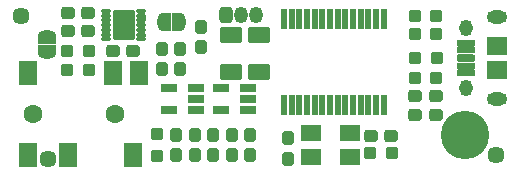
<source format=gbr>
%TF.GenerationSoftware,KiCad,Pcbnew,(6.0.1-0)*%
%TF.CreationDate,2022-02-13T14:35:08-05:00*%
%TF.ProjectId,usbAudio,75736241-7564-4696-9f2e-6b696361645f,rev?*%
%TF.SameCoordinates,Original*%
%TF.FileFunction,Soldermask,Top*%
%TF.FilePolarity,Negative*%
%FSLAX46Y46*%
G04 Gerber Fmt 4.6, Leading zero omitted, Abs format (unit mm)*
G04 Created by KiCad (PCBNEW (6.0.1-0)) date 2022-02-13 14:35:08*
%MOMM*%
%LPD*%
G01*
G04 APERTURE LIST*
G04 Aperture macros list*
%AMRoundRect*
0 Rectangle with rounded corners*
0 $1 Rounding radius*
0 $2 $3 $4 $5 $6 $7 $8 $9 X,Y pos of 4 corners*
0 Add a 4 corners polygon primitive as box body*
4,1,4,$2,$3,$4,$5,$6,$7,$8,$9,$2,$3,0*
0 Add four circle primitives for the rounded corners*
1,1,$1+$1,$2,$3*
1,1,$1+$1,$4,$5*
1,1,$1+$1,$6,$7*
1,1,$1+$1,$8,$9*
0 Add four rect primitives between the rounded corners*
20,1,$1+$1,$2,$3,$4,$5,0*
20,1,$1+$1,$4,$5,$6,$7,0*
20,1,$1+$1,$6,$7,$8,$9,0*
20,1,$1+$1,$8,$9,$2,$3,0*%
%AMFreePoly0*
4,1,37,0.535921,0.785921,0.550800,0.750000,0.550800,-0.750000,0.535921,-0.785921,0.500000,-0.800800,0.000000,-0.800800,-0.012526,-0.795612,-0.080872,-0.794359,-0.095090,-0.792057,-0.230405,-0.749782,-0.243405,-0.743581,-0.361415,-0.665026,-0.372153,-0.655426,-0.463373,-0.546907,-0.470984,-0.534678,-0.528079,-0.404919,-0.531952,-0.391047,-0.549535,-0.256587,-0.548147,-0.256405,-0.550800,-0.250000,
-0.550800,0.250000,-0.550314,0.251174,-0.550158,0.263925,-0.528347,0.404002,-0.524136,0.417775,-0.463888,0.546100,-0.455980,0.558139,-0.362136,0.664397,-0.351168,0.673732,-0.231273,0.749380,-0.218125,0.755261,-0.081818,0.794218,-0.067547,0.796173,-0.011991,0.795833,0.000000,0.800800,0.500000,0.800800,0.535921,0.785921,0.535921,0.785921,$1*%
%AMFreePoly1*
4,1,37,0.012350,0.795685,0.074215,0.795307,0.088460,0.793178,0.224281,0.752559,0.237356,0.746518,0.356318,0.669411,0.367173,0.659942,0.459711,0.552545,0.467470,0.540411,0.526147,0.411359,0.530190,0.397535,0.550287,0.257202,0.550800,0.250000,0.550800,-0.250000,0.550796,-0.250620,0.550647,-0.262836,0.549947,-0.270644,0.526427,-0.410445,0.522048,-0.424167,0.460236,-0.551746,
0.452182,-0.563686,0.357047,-0.668790,0.345965,-0.677991,0.225155,-0.752168,0.211936,-0.757888,0.075163,-0.795177,0.060870,-0.796957,0.011464,-0.796051,0.000000,-0.800800,-0.500000,-0.800800,-0.535921,-0.785921,-0.550800,-0.750000,-0.550800,0.750000,-0.535921,0.785921,-0.500000,0.800800,0.000000,0.800800,0.012350,0.795685,0.012350,0.795685,$1*%
G04 Aperture macros list end*
%ADD10RoundRect,0.288300X0.300000X0.237500X-0.300000X0.237500X-0.300000X-0.237500X0.300000X-0.237500X0*%
%ADD11RoundRect,0.288300X-0.237500X0.300000X-0.237500X-0.300000X0.237500X-0.300000X0.237500X0.300000X0*%
%ADD12RoundRect,0.288300X-0.250000X-0.237500X0.250000X-0.237500X0.250000X0.237500X-0.250000X0.237500X0*%
%ADD13RoundRect,0.050800X-0.215900X0.825500X-0.215900X-0.825500X0.215900X-0.825500X0.215900X0.825500X0*%
%ADD14RoundRect,0.050800X0.800000X0.650000X-0.800000X0.650000X-0.800000X-0.650000X0.800000X-0.650000X0*%
%ADD15RoundRect,0.288300X-0.300000X-0.237500X0.300000X-0.237500X0.300000X0.237500X-0.300000X0.237500X0*%
%ADD16RoundRect,0.288300X0.237500X-0.300000X0.237500X0.300000X-0.237500X0.300000X-0.237500X-0.300000X0*%
%ADD17RoundRect,0.300800X0.650000X-0.412500X0.650000X0.412500X-0.650000X0.412500X-0.650000X-0.412500X0*%
%ADD18RoundRect,0.050800X0.355600X0.101600X-0.355600X0.101600X-0.355600X-0.101600X0.355600X-0.101600X0*%
%ADD19RoundRect,0.050800X0.850900X1.193800X-0.850900X1.193800X-0.850900X-1.193800X0.850900X-1.193800X0*%
%ADD20RoundRect,0.288300X-0.237500X0.250000X-0.237500X-0.250000X0.237500X-0.250000X0.237500X0.250000X0*%
%ADD21RoundRect,0.300800X-0.650000X0.412500X-0.650000X-0.412500X0.650000X-0.412500X0.650000X0.412500X0*%
%ADD22RoundRect,0.050800X0.673100X-0.228600X0.673100X0.228600X-0.673100X0.228600X-0.673100X-0.228600X0*%
%ADD23RoundRect,0.050800X0.825500X-0.749300X0.825500X0.749300X-0.825500X0.749300X-0.825500X-0.749300X0*%
%ADD24O,1.752600X1.117600*%
%ADD25O,1.117600X1.397000*%
%ADD26C,1.601600*%
%ADD27RoundRect,0.050800X-0.750000X-1.000000X0.750000X-1.000000X0.750000X1.000000X-0.750000X1.000000X0*%
%ADD28FreePoly0,0.000000*%
%ADD29FreePoly1,0.000000*%
%ADD30RoundRect,0.300700X-0.275100X-0.400100X0.275100X-0.400100X0.275100X0.400100X-0.275100X0.400100X0*%
%ADD31O,1.151600X1.401600*%
%ADD32FreePoly0,270.000000*%
%ADD33FreePoly1,270.000000*%
%ADD34C,1.448000*%
%ADD35RoundRect,0.200800X0.512500X0.150000X-0.512500X0.150000X-0.512500X-0.150000X0.512500X-0.150000X0*%
%ADD36C,4.101600*%
G04 APERTURE END LIST*
D10*
%TO.C,C6*%
X66318300Y-77038200D03*
X64593300Y-77038200D03*
%TD*%
D11*
%TO.C,C15*%
X79375000Y-84456100D03*
X79375000Y-86181100D03*
%TD*%
D12*
%TO.C,R4*%
X90145700Y-74129900D03*
X91970700Y-74129900D03*
%TD*%
%TO.C,R5*%
X90145700Y-75653900D03*
X91970700Y-75653900D03*
%TD*%
%TO.C,R9*%
X90144600Y-79325300D03*
X91969600Y-79325300D03*
%TD*%
%TO.C,R10*%
X86387300Y-85674200D03*
X88212300Y-85674200D03*
%TD*%
D13*
%TO.C,U1*%
X87518001Y-74345800D03*
X86868000Y-74345800D03*
X86218001Y-74345800D03*
X85568000Y-74345800D03*
X84918002Y-74345800D03*
X84268000Y-74345800D03*
X83618002Y-74345800D03*
X82968003Y-74345800D03*
X82318002Y-74345800D03*
X81668003Y-74345800D03*
X81018002Y-74345800D03*
X80368003Y-74345800D03*
X79718002Y-74345800D03*
X79068003Y-74345800D03*
X79068001Y-81610200D03*
X79718002Y-81610200D03*
X80368001Y-81610200D03*
X81018002Y-81610200D03*
X81668000Y-81610200D03*
X82318002Y-81610200D03*
X82968000Y-81610200D03*
X83618002Y-81610200D03*
X84268000Y-81610200D03*
X84918002Y-81610200D03*
X85568000Y-81610200D03*
X86218001Y-81610200D03*
X86868000Y-81610200D03*
X87518001Y-81610200D03*
%TD*%
D14*
%TO.C,Y1*%
X84631800Y-84013800D03*
X81331800Y-84013800D03*
X81331800Y-86013800D03*
X84631800Y-86013800D03*
%TD*%
D15*
%TO.C,C14*%
X86437300Y-84302600D03*
X88162300Y-84302600D03*
%TD*%
D10*
%TO.C,C9*%
X91900000Y-82473800D03*
X90175000Y-82473800D03*
%TD*%
D15*
%TO.C,C12*%
X90197600Y-80900100D03*
X91922600Y-80900100D03*
%TD*%
D16*
%TO.C,C10*%
X76233370Y-85892830D03*
X76233370Y-84167830D03*
%TD*%
%TO.C,C11*%
X74683370Y-85880330D03*
X74683370Y-84155330D03*
%TD*%
D17*
%TO.C,C3*%
X74574400Y-78829300D03*
X74574400Y-75704300D03*
%TD*%
D12*
%TO.C,R6*%
X90171900Y-77647800D03*
X91996900Y-77647800D03*
%TD*%
D18*
%TO.C,U2*%
X67005800Y-76082000D03*
X67005800Y-75682001D03*
X67005800Y-75281999D03*
X67005800Y-74882000D03*
X67005800Y-74482001D03*
X67005800Y-74081999D03*
X67005800Y-73682000D03*
X64008600Y-73682000D03*
X64008600Y-74081999D03*
X64008600Y-74482001D03*
X64008600Y-74882000D03*
X64008600Y-75281999D03*
X64008600Y-75682001D03*
X64008600Y-76082000D03*
D19*
X65507200Y-74882000D03*
%TD*%
D12*
%TO.C,R7*%
X60717500Y-78659400D03*
X62542500Y-78659400D03*
%TD*%
D20*
%TO.C,R1*%
X68358570Y-84143830D03*
X68358570Y-85968830D03*
%TD*%
D12*
%TO.C,R8*%
X60717500Y-77110000D03*
X62542500Y-77110000D03*
%TD*%
D10*
%TO.C,C4*%
X62482900Y-75387200D03*
X60757900Y-75387200D03*
%TD*%
%TO.C,C2*%
X62482900Y-73863200D03*
X60757900Y-73863200D03*
%TD*%
D21*
%TO.C,C5*%
X76958400Y-75702700D03*
X76958400Y-78827700D03*
%TD*%
D22*
%TO.C,J1*%
X94462600Y-78968600D03*
X94462600Y-78318599D03*
X94462600Y-77668600D03*
X94462600Y-77018601D03*
X94462600Y-76368600D03*
D23*
X97137601Y-78668601D03*
X97137601Y-76668599D03*
D24*
X97137601Y-81168600D03*
X97137601Y-74168599D03*
D25*
X94462600Y-80168600D03*
X94462600Y-75168600D03*
%TD*%
D11*
%TO.C,C7*%
X68757800Y-76886900D03*
X68757800Y-78611900D03*
%TD*%
D26*
%TO.C,J3*%
X57800000Y-82423000D03*
X64800000Y-82423000D03*
D27*
X57400000Y-85923000D03*
X57400000Y-78923000D03*
X60800000Y-85923000D03*
X64600000Y-78923000D03*
X66800000Y-78923000D03*
X66300000Y-85923000D03*
%TD*%
D28*
%TO.C,JP1*%
X68895200Y-74625200D03*
D29*
X70195200Y-74625200D03*
%TD*%
D30*
%TO.C,J2*%
X74130000Y-74028400D03*
D31*
X75400000Y-74028400D03*
X76670000Y-74028400D03*
%TD*%
D32*
%TO.C,JP2*%
X59000000Y-75850000D03*
D33*
X59000000Y-77150000D03*
%TD*%
D11*
%TO.C,C16*%
X71508170Y-84168430D03*
X71508170Y-85893430D03*
%TD*%
D16*
%TO.C,C1*%
X72085200Y-76756600D03*
X72085200Y-75031600D03*
%TD*%
D11*
%TO.C,C13*%
X73057570Y-84168430D03*
X73057570Y-85893430D03*
%TD*%
%TO.C,C8*%
X70307200Y-76885800D03*
X70307200Y-78610800D03*
%TD*%
%TO.C,C17*%
X69933370Y-84168430D03*
X69933370Y-85893430D03*
%TD*%
D34*
%TO.C,ALIGN2*%
X59100000Y-86200000D03*
%TD*%
D35*
%TO.C,U3*%
X76000870Y-82080330D03*
X76000870Y-81130330D03*
X76000870Y-80180330D03*
X73725870Y-80180330D03*
X73725870Y-82080330D03*
%TD*%
D34*
%TO.C,REF\u002A\u002A*%
X56800000Y-74100000D03*
%TD*%
D36*
%TO.C,REF\u002A\u002A*%
X94400000Y-84150000D03*
%TD*%
D35*
%TO.C,U4*%
X71604270Y-82084530D03*
X71604270Y-81134530D03*
X71604270Y-80184530D03*
X69329270Y-80184530D03*
X69329270Y-82084530D03*
%TD*%
D34*
%TO.C,ALIGN1*%
X97050000Y-85850000D03*
%TD*%
G36*
X95149869Y-78594161D02*
G01*
X95150259Y-78596123D01*
X95149476Y-78597143D01*
X95120138Y-78616743D01*
X95112920Y-78653027D01*
X95133593Y-78683970D01*
X95146646Y-78689377D01*
X95147864Y-78690964D01*
X95147099Y-78692812D01*
X95145491Y-78693187D01*
X95135501Y-78691200D01*
X93789699Y-78691200D01*
X93777225Y-78693681D01*
X93775331Y-78693038D01*
X93774941Y-78691076D01*
X93775724Y-78690056D01*
X93805062Y-78670456D01*
X93812280Y-78634172D01*
X93791607Y-78603229D01*
X93778554Y-78597822D01*
X93777336Y-78596235D01*
X93778101Y-78594387D01*
X93779709Y-78594012D01*
X93789699Y-78595999D01*
X95135501Y-78595999D01*
X95147975Y-78593518D01*
X95149869Y-78594161D01*
G37*
G36*
X95149874Y-77944161D02*
G01*
X95150264Y-77946123D01*
X95149481Y-77947143D01*
X95120143Y-77966743D01*
X95112925Y-78003027D01*
X95133598Y-78033970D01*
X95146651Y-78039377D01*
X95147869Y-78040964D01*
X95147104Y-78042812D01*
X95145496Y-78043187D01*
X95135501Y-78041199D01*
X93789699Y-78041199D01*
X93777220Y-78043681D01*
X93775326Y-78043038D01*
X93774936Y-78041076D01*
X93775719Y-78040056D01*
X93805057Y-78020456D01*
X93812275Y-77984172D01*
X93791602Y-77953229D01*
X93778549Y-77947822D01*
X93777331Y-77946235D01*
X93778096Y-77944387D01*
X93779704Y-77944012D01*
X93789699Y-77946000D01*
X95135501Y-77946000D01*
X95147980Y-77943518D01*
X95149874Y-77944161D01*
G37*
G36*
X95149874Y-77294162D02*
G01*
X95150264Y-77296124D01*
X95149481Y-77297144D01*
X95120143Y-77316744D01*
X95112925Y-77353028D01*
X95133598Y-77383971D01*
X95146651Y-77389378D01*
X95147869Y-77390965D01*
X95147104Y-77392813D01*
X95145496Y-77393188D01*
X95135501Y-77391200D01*
X93789699Y-77391200D01*
X93777220Y-77393682D01*
X93775326Y-77393039D01*
X93774936Y-77391077D01*
X93775719Y-77390057D01*
X93805057Y-77370457D01*
X93812275Y-77334173D01*
X93791602Y-77303230D01*
X93778549Y-77297823D01*
X93777331Y-77296236D01*
X93778096Y-77294388D01*
X93779704Y-77294013D01*
X93789699Y-77296001D01*
X95135501Y-77296001D01*
X95147980Y-77293519D01*
X95149874Y-77294162D01*
G37*
G36*
X95149869Y-76644162D02*
G01*
X95150259Y-76646124D01*
X95149476Y-76647144D01*
X95120138Y-76666744D01*
X95112920Y-76703028D01*
X95133593Y-76733971D01*
X95146646Y-76739378D01*
X95147864Y-76740965D01*
X95147099Y-76742813D01*
X95145491Y-76743188D01*
X95135501Y-76741201D01*
X93789699Y-76741201D01*
X93777225Y-76743682D01*
X93775331Y-76743039D01*
X93774941Y-76741077D01*
X93775724Y-76740057D01*
X93805062Y-76720457D01*
X93812280Y-76684173D01*
X93791607Y-76653230D01*
X93778554Y-76647823D01*
X93777336Y-76646236D01*
X93778101Y-76644388D01*
X93779709Y-76644013D01*
X93789699Y-76646000D01*
X95135501Y-76646000D01*
X95147975Y-76643519D01*
X95149869Y-76644162D01*
G37*
G36*
X67365517Y-75832562D02*
G01*
X67365907Y-75834524D01*
X67365124Y-75835544D01*
X67335787Y-75855145D01*
X67328569Y-75891429D01*
X67349244Y-75922372D01*
X67362292Y-75927777D01*
X67363510Y-75929364D01*
X67362745Y-75931212D01*
X67361400Y-75931526D01*
X67361400Y-75931600D01*
X66650399Y-75931600D01*
X66647977Y-75932082D01*
X66646083Y-75931439D01*
X66645693Y-75929477D01*
X66646476Y-75928457D01*
X66675813Y-75908856D01*
X66683031Y-75872572D01*
X66662356Y-75841629D01*
X66649308Y-75836224D01*
X66648090Y-75834637D01*
X66648855Y-75832789D01*
X66650200Y-75832475D01*
X66650200Y-75832401D01*
X67361201Y-75832401D01*
X67363623Y-75831919D01*
X67365517Y-75832562D01*
G37*
G36*
X64368317Y-75832562D02*
G01*
X64368707Y-75834524D01*
X64367924Y-75835544D01*
X64338587Y-75855145D01*
X64331369Y-75891429D01*
X64352044Y-75922372D01*
X64365092Y-75927777D01*
X64366310Y-75929364D01*
X64365545Y-75931212D01*
X64364200Y-75931526D01*
X64364200Y-75931600D01*
X63653199Y-75931600D01*
X63650777Y-75932082D01*
X63648883Y-75931439D01*
X63648493Y-75929477D01*
X63649276Y-75928457D01*
X63678613Y-75908856D01*
X63685831Y-75872572D01*
X63665156Y-75841629D01*
X63652108Y-75836224D01*
X63650890Y-75834637D01*
X63651655Y-75832789D01*
X63653000Y-75832475D01*
X63653000Y-75832401D01*
X64364001Y-75832401D01*
X64366423Y-75831919D01*
X64368317Y-75832562D01*
G37*
G36*
X64368310Y-75432563D02*
G01*
X64368700Y-75434524D01*
X64367917Y-75435544D01*
X64338579Y-75455146D01*
X64331361Y-75491429D01*
X64352037Y-75522372D01*
X64365083Y-75527777D01*
X64366301Y-75529364D01*
X64365535Y-75531212D01*
X64364200Y-75531520D01*
X64364200Y-75531601D01*
X63653199Y-75531601D01*
X63650784Y-75532081D01*
X63648890Y-75531437D01*
X63648500Y-75529476D01*
X63649283Y-75528456D01*
X63678621Y-75508854D01*
X63685839Y-75472571D01*
X63665163Y-75441628D01*
X63652117Y-75436223D01*
X63650899Y-75434636D01*
X63651665Y-75432788D01*
X63653000Y-75432480D01*
X63653000Y-75432399D01*
X64364001Y-75432399D01*
X64366416Y-75431919D01*
X64368310Y-75432563D01*
G37*
G36*
X67365510Y-75432563D02*
G01*
X67365900Y-75434524D01*
X67365117Y-75435544D01*
X67335779Y-75455146D01*
X67328561Y-75491429D01*
X67349237Y-75522372D01*
X67362283Y-75527777D01*
X67363501Y-75529364D01*
X67362735Y-75531212D01*
X67361400Y-75531520D01*
X67361400Y-75531601D01*
X66650399Y-75531601D01*
X66647984Y-75532081D01*
X66646090Y-75531437D01*
X66645700Y-75529476D01*
X66646483Y-75528456D01*
X66675821Y-75508854D01*
X66683039Y-75472571D01*
X66662363Y-75441628D01*
X66649317Y-75436223D01*
X66648099Y-75434636D01*
X66648865Y-75432788D01*
X66650200Y-75432480D01*
X66650200Y-75432399D01*
X67361201Y-75432399D01*
X67363616Y-75431919D01*
X67365510Y-75432563D01*
G37*
G36*
X64368317Y-75032561D02*
G01*
X64368707Y-75034523D01*
X64367924Y-75035543D01*
X64338587Y-75055144D01*
X64331369Y-75091428D01*
X64352044Y-75122371D01*
X64365092Y-75127776D01*
X64366310Y-75129363D01*
X64365545Y-75131211D01*
X64364200Y-75131525D01*
X64364200Y-75131599D01*
X63653199Y-75131599D01*
X63650777Y-75132081D01*
X63648883Y-75131438D01*
X63648493Y-75129476D01*
X63649276Y-75128456D01*
X63678613Y-75108855D01*
X63685831Y-75072571D01*
X63665156Y-75041628D01*
X63652108Y-75036223D01*
X63650890Y-75034636D01*
X63651655Y-75032788D01*
X63653000Y-75032474D01*
X63653000Y-75032400D01*
X64364001Y-75032400D01*
X64366423Y-75031918D01*
X64368317Y-75032561D01*
G37*
G36*
X67365517Y-75032561D02*
G01*
X67365907Y-75034523D01*
X67365124Y-75035543D01*
X67335787Y-75055144D01*
X67328569Y-75091428D01*
X67349244Y-75122371D01*
X67362292Y-75127776D01*
X67363510Y-75129363D01*
X67362745Y-75131211D01*
X67361400Y-75131525D01*
X67361400Y-75131599D01*
X66650399Y-75131599D01*
X66647977Y-75132081D01*
X66646083Y-75131438D01*
X66645693Y-75129476D01*
X66646476Y-75128456D01*
X66675813Y-75108855D01*
X66683031Y-75072571D01*
X66662356Y-75041628D01*
X66649308Y-75036223D01*
X66648090Y-75034636D01*
X66648855Y-75032788D01*
X66650200Y-75032474D01*
X66650200Y-75032400D01*
X67361201Y-75032400D01*
X67363623Y-75031918D01*
X67365517Y-75032561D01*
G37*
G36*
X64368317Y-74632562D02*
G01*
X64368707Y-74634524D01*
X64367924Y-74635544D01*
X64338587Y-74655145D01*
X64331369Y-74691429D01*
X64352044Y-74722372D01*
X64365092Y-74727777D01*
X64366310Y-74729364D01*
X64365545Y-74731212D01*
X64364200Y-74731526D01*
X64364200Y-74731600D01*
X63653199Y-74731600D01*
X63650777Y-74732082D01*
X63648883Y-74731439D01*
X63648493Y-74729477D01*
X63649276Y-74728457D01*
X63678613Y-74708856D01*
X63685831Y-74672572D01*
X63665156Y-74641629D01*
X63652108Y-74636224D01*
X63650890Y-74634637D01*
X63651655Y-74632789D01*
X63653000Y-74632475D01*
X63653000Y-74632401D01*
X64364001Y-74632401D01*
X64366423Y-74631919D01*
X64368317Y-74632562D01*
G37*
G36*
X67365517Y-74632562D02*
G01*
X67365907Y-74634524D01*
X67365124Y-74635544D01*
X67335787Y-74655145D01*
X67328569Y-74691429D01*
X67349244Y-74722372D01*
X67362292Y-74727777D01*
X67363510Y-74729364D01*
X67362745Y-74731212D01*
X67361400Y-74731526D01*
X67361400Y-74731600D01*
X66650399Y-74731600D01*
X66647977Y-74732082D01*
X66646083Y-74731439D01*
X66645693Y-74729477D01*
X66646476Y-74728457D01*
X66675813Y-74708856D01*
X66683031Y-74672572D01*
X66662356Y-74641629D01*
X66649308Y-74636224D01*
X66648090Y-74634637D01*
X66648855Y-74632789D01*
X66650200Y-74632475D01*
X66650200Y-74632401D01*
X67361201Y-74632401D01*
X67363623Y-74631919D01*
X67365517Y-74632562D01*
G37*
G36*
X64368310Y-74232563D02*
G01*
X64368700Y-74234524D01*
X64367917Y-74235544D01*
X64338579Y-74255146D01*
X64331361Y-74291429D01*
X64352037Y-74322372D01*
X64365083Y-74327777D01*
X64366301Y-74329364D01*
X64365535Y-74331212D01*
X64364200Y-74331520D01*
X64364200Y-74331601D01*
X63653199Y-74331601D01*
X63650784Y-74332081D01*
X63648890Y-74331437D01*
X63648500Y-74329476D01*
X63649283Y-74328456D01*
X63678621Y-74308854D01*
X63685839Y-74272571D01*
X63665163Y-74241628D01*
X63652117Y-74236223D01*
X63650899Y-74234636D01*
X63651665Y-74232788D01*
X63653000Y-74232480D01*
X63653000Y-74232399D01*
X64364001Y-74232399D01*
X64366416Y-74231919D01*
X64368310Y-74232563D01*
G37*
G36*
X67365510Y-74232563D02*
G01*
X67365900Y-74234524D01*
X67365117Y-74235544D01*
X67335779Y-74255146D01*
X67328561Y-74291429D01*
X67349237Y-74322372D01*
X67362283Y-74327777D01*
X67363501Y-74329364D01*
X67362735Y-74331212D01*
X67361400Y-74331520D01*
X67361400Y-74331601D01*
X66650399Y-74331601D01*
X66647984Y-74332081D01*
X66646090Y-74331437D01*
X66645700Y-74329476D01*
X66646483Y-74328456D01*
X66675821Y-74308854D01*
X66683039Y-74272571D01*
X66662363Y-74241628D01*
X66649317Y-74236223D01*
X66648099Y-74234636D01*
X66648865Y-74232788D01*
X66650200Y-74232480D01*
X66650200Y-74232399D01*
X67361201Y-74232399D01*
X67363616Y-74231919D01*
X67365510Y-74232563D01*
G37*
G36*
X67365517Y-73832561D02*
G01*
X67365907Y-73834523D01*
X67365124Y-73835543D01*
X67335787Y-73855144D01*
X67328569Y-73891428D01*
X67349244Y-73922371D01*
X67362292Y-73927776D01*
X67363510Y-73929363D01*
X67362745Y-73931211D01*
X67361400Y-73931525D01*
X67361400Y-73931599D01*
X66650399Y-73931599D01*
X66647977Y-73932081D01*
X66646083Y-73931438D01*
X66645693Y-73929476D01*
X66646476Y-73928456D01*
X66675813Y-73908855D01*
X66683031Y-73872571D01*
X66662356Y-73841628D01*
X66649308Y-73836223D01*
X66648090Y-73834636D01*
X66648855Y-73832788D01*
X66650200Y-73832474D01*
X66650200Y-73832400D01*
X67361201Y-73832400D01*
X67363623Y-73831918D01*
X67365517Y-73832561D01*
G37*
G36*
X64368317Y-73832561D02*
G01*
X64368707Y-73834523D01*
X64367924Y-73835543D01*
X64338587Y-73855144D01*
X64331369Y-73891428D01*
X64352044Y-73922371D01*
X64365092Y-73927776D01*
X64366310Y-73929363D01*
X64365545Y-73931211D01*
X64364200Y-73931525D01*
X64364200Y-73931599D01*
X63653199Y-73931599D01*
X63650777Y-73932081D01*
X63648883Y-73931438D01*
X63648493Y-73929476D01*
X63649276Y-73928456D01*
X63678613Y-73908855D01*
X63685831Y-73872571D01*
X63665156Y-73841628D01*
X63652108Y-73836223D01*
X63650890Y-73834636D01*
X63651655Y-73832788D01*
X63653000Y-73832474D01*
X63653000Y-73832400D01*
X64364001Y-73832400D01*
X64366423Y-73831918D01*
X64368317Y-73832561D01*
G37*
M02*

</source>
